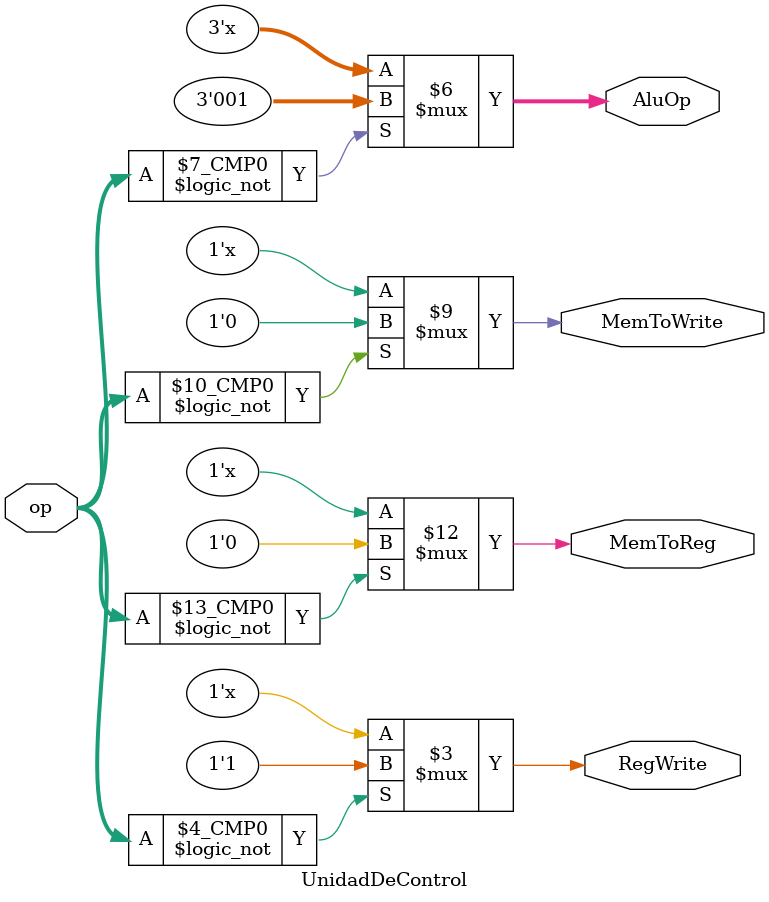
<source format=v>
`timescale 1ns/1ns

module UnidadDeControl(
    input [5:0]op,
    output reg MemToReg,
    output reg MemToWrite,
    output reg [2:0]AluOp,
    output reg RegWrite

);

always @* 
begin
    case(op)
      6'b000000:
      begin
        MemToReg = 0;
        MemToWrite = 0;
        AluOp = 001;
        RegWrite = 1;
      end
      
    endcase
end

endmodule

</source>
